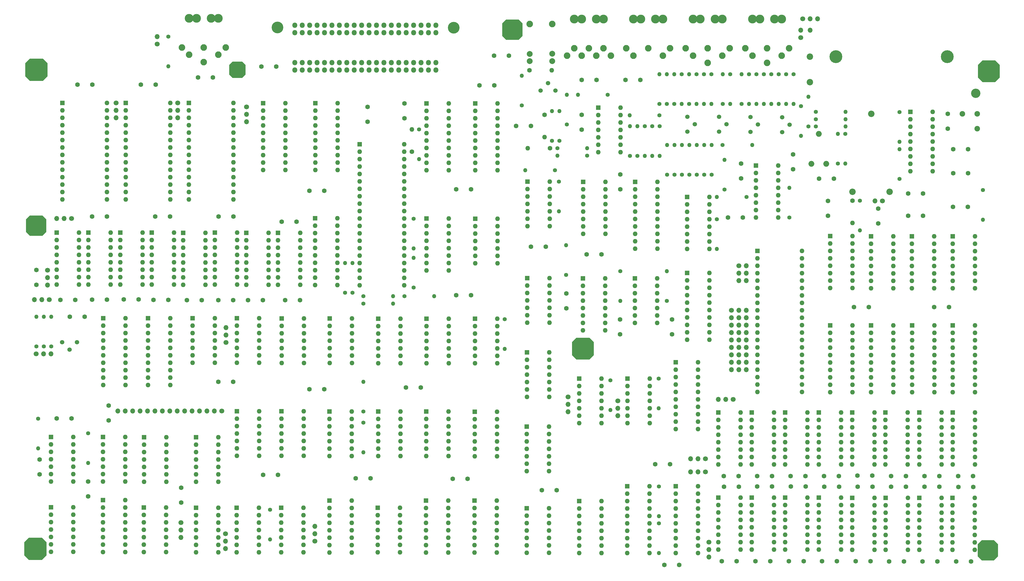
<source format=gbr>
%TF.GenerationSoftware,KiCad,Pcbnew,7.0.7*%
%TF.CreationDate,2023-11-10T01:56:00+00:00*%
%TF.ProjectId,lynx128,6c796e78-3132-4382-9e6b-696361645f70,rev?*%
%TF.SameCoordinates,Original*%
%TF.FileFunction,Soldermask,Bot*%
%TF.FilePolarity,Negative*%
%FSLAX46Y46*%
G04 Gerber Fmt 4.6, Leading zero omitted, Abs format (unit mm)*
G04 Created by KiCad (PCBNEW 7.0.7) date 2023-11-10 01:56:00*
%MOMM*%
%LPD*%
G01*
G04 APERTURE LIST*
G04 Aperture macros list*
%AMOutline5P*
0 Free polygon, 5 corners , with rotation*
0 The origin of the aperture is its center*
0 number of corners: always 5*
0 $1 to $10 corner X, Y*
0 $11 Rotation angle, in degrees counterclockwise*
0 create outline with 5 corners*
4,1,5,$1,$2,$3,$4,$5,$6,$7,$8,$9,$10,$1,$2,$11*%
%AMOutline6P*
0 Free polygon, 6 corners , with rotation*
0 The origin of the aperture is its center*
0 number of corners: always 6*
0 $1 to $12 corner X, Y*
0 $13 Rotation angle, in degrees counterclockwise*
0 create outline with 6 corners*
4,1,6,$1,$2,$3,$4,$5,$6,$7,$8,$9,$10,$11,$12,$1,$2,$13*%
%AMOutline7P*
0 Free polygon, 7 corners , with rotation*
0 The origin of the aperture is its center*
0 number of corners: always 7*
0 $1 to $14 corner X, Y*
0 $15 Rotation angle, in degrees counterclockwise*
0 create outline with 7 corners*
4,1,7,$1,$2,$3,$4,$5,$6,$7,$8,$9,$10,$11,$12,$13,$14,$1,$2,$15*%
%AMOutline8P*
0 Free polygon, 8 corners , with rotation*
0 The origin of the aperture is its center*
0 number of corners: always 8*
0 $1 to $16 corner X, Y*
0 $17 Rotation angle, in degrees counterclockwise*
0 create outline with 8 corners*
4,1,8,$1,$2,$3,$4,$5,$6,$7,$8,$9,$10,$11,$12,$13,$14,$15,$16,$1,$2,$17*%
G04 Aperture macros list end*
%ADD10C,1.400000*%
%ADD11O,1.400000X1.400000*%
%ADD12C,1.600000*%
%ADD13C,2.250000*%
%ADD14C,3.000000*%
%ADD15R,1.600000X1.600000*%
%ADD16O,1.600000X1.600000*%
%ADD17Outline8P,-3.500000X2.100000X-2.100000X3.500000X2.100000X3.500000X3.500000X2.100000X3.500000X-2.100000X2.100000X-3.500000X-2.100000X-3.500000X-3.500000X-2.100000X270.000000*%
%ADD18Outline8P,-3.750000X2.250000X-2.250000X3.750000X2.250000X3.750000X3.750000X2.250000X3.750000X-2.250000X2.250000X-3.750000X-2.250000X-3.750000X-3.750000X-2.250000X270.000000*%
%ADD19C,1.700000*%
%ADD20O,1.700000X1.700000*%
%ADD21O,1.800000X1.800000*%
%ADD22C,1.500000*%
%ADD23Outline8P,-3.450000X2.070000X-2.070000X3.450000X2.070000X3.450000X3.450000X2.070000X3.450000X-2.070000X2.070000X-3.450000X-2.070000X-3.450000X-3.450000X-2.070000X270.000000*%
%ADD24C,4.000000*%
%ADD25Outline8P,-3.800000X2.280000X-2.280000X3.800000X2.280000X3.800000X3.800000X2.280000X3.800000X-2.280000X2.280000X-3.800000X-2.280000X-3.800000X-3.800000X-2.280000X270.000000*%
%ADD26O,1.900000X1.900000*%
%ADD27C,1.900000*%
%ADD28O,2.000000X2.000000*%
%ADD29Outline8P,-2.800000X1.680000X-1.680000X2.800000X1.680000X2.800000X2.800000X1.680000X2.800000X-1.680000X1.680000X-2.800000X-1.680000X-2.800000X-2.800000X-1.680000X270.000000*%
%ADD30C,3.200000*%
%ADD31Outline8P,-3.700000X2.220000X-2.220000X3.700000X2.220000X3.700000X3.700000X2.220000X3.700000X-2.220000X2.220000X-3.700000X-2.220000X-3.700000X-3.700000X-2.220000X270.000000*%
%ADD32C,2.200000*%
%ADD33C,4.400000*%
%ADD34C,2.000000*%
%ADD35O,2.200000X2.200000*%
G04 APERTURE END LIST*
D10*
%TO.C,R17*%
X257890000Y-65120000D03*
D11*
X257890000Y-54960000D03*
%TD*%
D12*
%TO.C,C74*%
X302170000Y-221580000D03*
X307250000Y-221580000D03*
%TD*%
D13*
%TO.C,SKT1*%
X94570000Y-45820000D03*
X97070000Y-48320000D03*
X102070000Y-45820000D03*
X107070000Y-48320000D03*
X109570000Y-45820000D03*
X102070000Y-50820000D03*
D14*
X97070000Y-35820000D03*
X99570000Y-35820000D03*
X104570000Y-35820000D03*
X107070000Y-35820000D03*
%TD*%
D12*
%TO.C,C14*%
X244570000Y-94350000D03*
X244570000Y-89270000D03*
%TD*%
D15*
%TO.C,IC26*%
X290960000Y-86210000D03*
D16*
X290960000Y-88750000D03*
X290960000Y-91290000D03*
X290960000Y-93830000D03*
X290960000Y-96370000D03*
X290960000Y-98910000D03*
X290960000Y-101450000D03*
X290960000Y-103990000D03*
X298580000Y-103990000D03*
X298580000Y-101450000D03*
X298580000Y-98910000D03*
X298580000Y-96370000D03*
X298580000Y-93830000D03*
X298580000Y-91290000D03*
X298580000Y-88750000D03*
X298580000Y-86210000D03*
%TD*%
D12*
%TO.C,C5*%
X158070000Y-71250000D03*
X158070000Y-66170000D03*
%TD*%
D10*
%TO.C,R61*%
X173890000Y-104380000D03*
D11*
X173890000Y-114540000D03*
%TD*%
D12*
%TO.C,C18*%
X312580000Y-90710000D03*
X317660000Y-90710000D03*
%TD*%
D10*
%TO.C,R72*%
X62540000Y-177860000D03*
D11*
X62540000Y-188020000D03*
%TD*%
D10*
%TO.C,R33*%
X301250000Y-54960000D03*
D11*
X301250000Y-65120000D03*
%TD*%
D17*
%TO.C,*%
X44700000Y-106760000D03*
%TD*%
D12*
%TO.C,C15*%
X281350000Y-103980000D03*
X286430000Y-103980000D03*
%TD*%
D10*
%TO.C,R25*%
X279640000Y-65120000D03*
D11*
X279640000Y-54960000D03*
%TD*%
D12*
%TO.C,C43*%
X262240000Y-138910000D03*
X262240000Y-143990000D03*
%TD*%
%TO.C,C32*%
X96300000Y-132270000D03*
X101380000Y-132270000D03*
%TD*%
D10*
%TO.C,R70*%
X49890000Y-148110000D03*
D11*
X49890000Y-137950000D03*
%TD*%
D18*
%TO.C,*%
X231730000Y-148900000D03*
%TD*%
D10*
%TO.C,R57*%
X150410000Y-129700000D03*
D11*
X150410000Y-119540000D03*
%TD*%
D15*
%TO.C,IC69*%
X335245000Y-170720000D03*
D16*
X335245000Y-173260000D03*
X335245000Y-175800000D03*
X335245000Y-178340000D03*
X335245000Y-180880000D03*
X335245000Y-183420000D03*
X335245000Y-185960000D03*
X335245000Y-188500000D03*
X342865000Y-188500000D03*
X342865000Y-185960000D03*
X342865000Y-183420000D03*
X342865000Y-180880000D03*
X342865000Y-178340000D03*
X342865000Y-175800000D03*
X342865000Y-173260000D03*
X342865000Y-170720000D03*
%TD*%
D17*
%TO.C,*%
X207670000Y-39720000D03*
%TD*%
D10*
%TO.C,R18*%
X260430000Y-65120000D03*
D11*
X260430000Y-54960000D03*
%TD*%
D12*
%TO.C,C79*%
X359410000Y-221700000D03*
X364490000Y-221700000D03*
%TD*%
D10*
%TO.C,R45*%
X302390000Y-104030000D03*
D11*
X302390000Y-93870000D03*
%TD*%
D12*
%TO.C,C70*%
X348640000Y-196140000D03*
X353720000Y-196140000D03*
%TD*%
D15*
%TO.C,IC86*%
X278055000Y-199860000D03*
D16*
X278055000Y-202400000D03*
X278055000Y-204940000D03*
X278055000Y-207480000D03*
X278055000Y-210020000D03*
X278055000Y-212560000D03*
X278055000Y-215100000D03*
X278055000Y-217640000D03*
X285675000Y-217640000D03*
X285675000Y-215100000D03*
X285675000Y-212560000D03*
X285675000Y-210020000D03*
X285675000Y-207480000D03*
X285675000Y-204940000D03*
X285675000Y-202400000D03*
X285675000Y-199860000D03*
%TD*%
D15*
%TO.C,IC91*%
X335300000Y-199920000D03*
D16*
X335300000Y-202460000D03*
X335300000Y-205000000D03*
X335300000Y-207540000D03*
X335300000Y-210080000D03*
X335300000Y-212620000D03*
X335300000Y-215160000D03*
X335300000Y-217700000D03*
X342920000Y-217700000D03*
X342920000Y-215160000D03*
X342920000Y-212620000D03*
X342920000Y-210080000D03*
X342920000Y-207540000D03*
X342920000Y-205000000D03*
X342920000Y-202460000D03*
X342920000Y-199920000D03*
%TD*%
D12*
%TO.C,C10*%
X208950000Y-72630000D03*
X214030000Y-72630000D03*
%TD*%
%TO.C,C67*%
X314280000Y-196090000D03*
X319360000Y-196090000D03*
%TD*%
D15*
%TO.C,IC67*%
X312420000Y-170690000D03*
D16*
X312420000Y-173230000D03*
X312420000Y-175770000D03*
X312420000Y-178310000D03*
X312420000Y-180850000D03*
X312420000Y-183390000D03*
X312420000Y-185930000D03*
X312420000Y-188470000D03*
X320040000Y-188470000D03*
X320040000Y-185930000D03*
X320040000Y-183390000D03*
X320040000Y-180850000D03*
X320040000Y-178310000D03*
X320040000Y-175770000D03*
X320040000Y-173230000D03*
X320040000Y-170690000D03*
%TD*%
D19*
%TO.C,LK18*%
X109550000Y-212210000D03*
D20*
X109550000Y-214750000D03*
X109550000Y-217290000D03*
%TD*%
D12*
%TO.C,C59*%
X314260000Y-192440000D03*
X319340000Y-192440000D03*
%TD*%
%TO.C,C20*%
X348140000Y-95800000D03*
X343060000Y-95800000D03*
%TD*%
D15*
%TO.C,IC6*%
X155420000Y-78910000D03*
D16*
X155420000Y-81450000D03*
X155420000Y-83990000D03*
X155420000Y-86530000D03*
X155420000Y-89070000D03*
X155420000Y-91610000D03*
X155420000Y-94150000D03*
X155420000Y-96690000D03*
X155420000Y-99230000D03*
X155420000Y-101770000D03*
X155420000Y-104310000D03*
X155420000Y-106850000D03*
X155420000Y-109390000D03*
X155420000Y-111930000D03*
X155420000Y-114470000D03*
X155420000Y-117010000D03*
X155420000Y-119550000D03*
X155420000Y-122090000D03*
X155420000Y-124630000D03*
X155420000Y-127170000D03*
X170660000Y-127170000D03*
X170660000Y-124630000D03*
X170660000Y-122090000D03*
X170660000Y-119550000D03*
X170660000Y-117010000D03*
X170660000Y-114470000D03*
X170660000Y-111930000D03*
X170660000Y-109390000D03*
X170660000Y-106850000D03*
X170660000Y-104310000D03*
X170660000Y-101770000D03*
X170660000Y-99230000D03*
X170660000Y-96690000D03*
X170660000Y-94150000D03*
X170660000Y-91610000D03*
X170660000Y-89070000D03*
X170660000Y-86530000D03*
X170660000Y-83990000D03*
X170660000Y-81450000D03*
X170660000Y-78910000D03*
%TD*%
D10*
%TO.C,R55*%
X340020000Y-90760000D03*
D11*
X340020000Y-80600000D03*
%TD*%
D19*
%TO.C,LK1*%
X49240000Y-132140000D03*
D20*
X46700000Y-132140000D03*
X44160000Y-132140000D03*
%TD*%
D21*
%TO.C,PL2*%
X133230000Y-40790000D03*
X133230000Y-38250000D03*
X135770000Y-40790000D03*
X135770000Y-38250000D03*
X138310000Y-40790000D03*
X138310000Y-38250000D03*
X140850000Y-40790000D03*
X140850000Y-38250000D03*
X143390000Y-40790000D03*
X143390000Y-38250000D03*
X145930000Y-40790000D03*
X145930000Y-38250000D03*
X148470000Y-40790000D03*
X148470000Y-38250000D03*
X151010000Y-40790000D03*
X151010000Y-38250000D03*
X153550000Y-40790000D03*
X153550000Y-38250000D03*
X156090000Y-40790000D03*
X156090000Y-38250000D03*
X158630000Y-40790000D03*
X158630000Y-38250000D03*
X161170000Y-40790000D03*
X161170000Y-38250000D03*
X163710000Y-40790000D03*
X163710000Y-38250000D03*
X166250000Y-40790000D03*
X166250000Y-38250000D03*
X168790000Y-40790000D03*
X168790000Y-38250000D03*
X171330000Y-40790000D03*
X171330000Y-38250000D03*
X173870000Y-40790000D03*
X173870000Y-38250000D03*
X176410000Y-40790000D03*
X176410000Y-38250000D03*
X178950000Y-40790000D03*
X178950000Y-38250000D03*
X181490000Y-40790000D03*
X181490000Y-38250000D03*
%TD*%
D10*
%TO.C,R2*%
X210890000Y-65670000D03*
D11*
X210890000Y-55510000D03*
%TD*%
D12*
%TO.C,C41*%
X238110000Y-116580000D03*
X233030000Y-116580000D03*
%TD*%
D15*
%TO.C,IC12*%
X62640000Y-109160000D03*
D16*
X62640000Y-111700000D03*
X62640000Y-114240000D03*
X62640000Y-116780000D03*
X62640000Y-119320000D03*
X62640000Y-121860000D03*
X62640000Y-124400000D03*
X62640000Y-126940000D03*
X70260000Y-126940000D03*
X70260000Y-124400000D03*
X70260000Y-121860000D03*
X70260000Y-119320000D03*
X70260000Y-116780000D03*
X70260000Y-114240000D03*
X70260000Y-111700000D03*
X70260000Y-109160000D03*
%TD*%
D12*
%TO.C,L1*%
X332790000Y-106000000D03*
X332790000Y-100920000D03*
%TD*%
D22*
%TO.C,TR6*%
X289072500Y-69660000D03*
X291612500Y-72200000D03*
X289072500Y-74740000D03*
%TD*%
D15*
%TO.C,IC28*%
X83030000Y-138450000D03*
D16*
X83030000Y-140990000D03*
X83030000Y-143530000D03*
X83030000Y-146070000D03*
X83030000Y-148610000D03*
X83030000Y-151150000D03*
X83030000Y-153690000D03*
X83030000Y-156230000D03*
X83030000Y-158770000D03*
X83030000Y-161310000D03*
X90650000Y-161310000D03*
X90650000Y-158770000D03*
X90650000Y-156230000D03*
X90650000Y-153690000D03*
X90650000Y-151150000D03*
X90650000Y-148610000D03*
X90650000Y-146070000D03*
X90650000Y-143530000D03*
X90650000Y-140990000D03*
X90650000Y-138450000D03*
%TD*%
D19*
%TO.C,LK16*%
X226700000Y-165400000D03*
D20*
X226700000Y-167940000D03*
X226700000Y-170480000D03*
%TD*%
D15*
%TO.C,IC68*%
X323890000Y-170720000D03*
D16*
X323890000Y-173260000D03*
X323890000Y-175800000D03*
X323890000Y-178340000D03*
X323890000Y-180880000D03*
X323890000Y-183420000D03*
X323890000Y-185960000D03*
X323890000Y-188500000D03*
X331510000Y-188500000D03*
X331510000Y-185960000D03*
X331510000Y-183420000D03*
X331510000Y-180880000D03*
X331510000Y-178340000D03*
X331510000Y-175800000D03*
X331510000Y-173260000D03*
X331510000Y-170720000D03*
%TD*%
D12*
%TO.C,C28*%
X63880000Y-132080000D03*
X68960000Y-132080000D03*
%TD*%
D15*
%TO.C,IC43*%
X344320000Y-110460000D03*
D16*
X344320000Y-113000000D03*
X344320000Y-115540000D03*
X344320000Y-118080000D03*
X344320000Y-120620000D03*
X344320000Y-123160000D03*
X344320000Y-125700000D03*
X344320000Y-128240000D03*
X351940000Y-128240000D03*
X351940000Y-125700000D03*
X351940000Y-123160000D03*
X351940000Y-120620000D03*
X351940000Y-118080000D03*
X351940000Y-115540000D03*
X351940000Y-113000000D03*
X351940000Y-110460000D03*
%TD*%
D15*
%TO.C,IC72*%
X49780000Y-203180000D03*
D16*
X49780000Y-205720000D03*
X49780000Y-208260000D03*
X49780000Y-210800000D03*
X49780000Y-213340000D03*
X49780000Y-215880000D03*
X49780000Y-218420000D03*
X57400000Y-218420000D03*
X57400000Y-215880000D03*
X57400000Y-213340000D03*
X57400000Y-210800000D03*
X57400000Y-208260000D03*
X57400000Y-205720000D03*
X57400000Y-203180000D03*
%TD*%
D19*
%TO.C,LK19*%
X109690000Y-146720000D03*
D20*
X109690000Y-144180000D03*
X109690000Y-141640000D03*
%TD*%
D12*
%TO.C,C12*%
X231330000Y-68900000D03*
X231330000Y-73980000D03*
%TD*%
%TO.C,C54*%
X187210000Y-193410000D03*
X192290000Y-193410000D03*
%TD*%
D15*
%TO.C,IC70*%
X346790000Y-170700000D03*
D16*
X346790000Y-173240000D03*
X346790000Y-175780000D03*
X346790000Y-178320000D03*
X346790000Y-180860000D03*
X346790000Y-183400000D03*
X346790000Y-185940000D03*
X346790000Y-188480000D03*
X354410000Y-188480000D03*
X354410000Y-185940000D03*
X354410000Y-183400000D03*
X354410000Y-180860000D03*
X354410000Y-178320000D03*
X354410000Y-175780000D03*
X354410000Y-173240000D03*
X354410000Y-170700000D03*
%TD*%
D15*
%TO.C,IC35*%
X194880000Y-138660000D03*
D16*
X194880000Y-141200000D03*
X194880000Y-143740000D03*
X194880000Y-146280000D03*
X194880000Y-148820000D03*
X194880000Y-151360000D03*
X194880000Y-153900000D03*
X202500000Y-153900000D03*
X202500000Y-151360000D03*
X202500000Y-148820000D03*
X202500000Y-146280000D03*
X202500000Y-143740000D03*
X202500000Y-141200000D03*
X202500000Y-138660000D03*
%TD*%
D20*
%TO.C,LK21*%
X306310000Y-39880000D03*
D19*
X306310000Y-42420000D03*
D20*
X309470000Y-39880000D03*
%TD*%
D10*
%TO.C,R19*%
X262970000Y-65120000D03*
D11*
X262970000Y-54960000D03*
%TD*%
D15*
%TO.C,IC75*%
X99430000Y-203310000D03*
D16*
X99430000Y-205850000D03*
X99430000Y-208390000D03*
X99430000Y-210930000D03*
X99430000Y-213470000D03*
X99430000Y-216010000D03*
X99430000Y-218550000D03*
X107050000Y-218550000D03*
X107050000Y-216010000D03*
X107050000Y-213470000D03*
X107050000Y-210930000D03*
X107050000Y-208390000D03*
X107050000Y-205850000D03*
X107050000Y-203310000D03*
%TD*%
D15*
%TO.C,IC46*%
X230460000Y-159080000D03*
D16*
X230460000Y-161620000D03*
X230460000Y-164160000D03*
X230460000Y-166700000D03*
X230460000Y-169240000D03*
X230460000Y-171780000D03*
X230460000Y-174320000D03*
X238080000Y-174320000D03*
X238080000Y-171780000D03*
X238080000Y-169240000D03*
X238080000Y-166700000D03*
X238080000Y-164160000D03*
X238080000Y-161620000D03*
X238080000Y-159080000D03*
%TD*%
D12*
%TO.C,C73*%
X290740000Y-221580000D03*
X295820000Y-221580000D03*
%TD*%
D10*
%TO.C,R10*%
X240260000Y-61990000D03*
D11*
X230100000Y-61990000D03*
%TD*%
D12*
%TO.C,XL1*%
X45960000Y-191860000D03*
X45960000Y-186780000D03*
%TD*%
%TO.C,C21*%
X343060000Y-103440000D03*
X348140000Y-103440000D03*
%TD*%
D23*
%TO.C,*%
X370290000Y-217910000D03*
%TD*%
D15*
%TO.C,IC15*%
X95050000Y-109220000D03*
D16*
X95050000Y-111760000D03*
X95050000Y-114300000D03*
X95050000Y-116840000D03*
X95050000Y-119380000D03*
X95050000Y-121920000D03*
X95050000Y-124460000D03*
X95050000Y-127000000D03*
X102670000Y-127000000D03*
X102670000Y-124460000D03*
X102670000Y-121920000D03*
X102670000Y-119380000D03*
X102670000Y-116840000D03*
X102670000Y-114300000D03*
X102670000Y-111760000D03*
X102670000Y-109220000D03*
%TD*%
D10*
%TO.C,R68*%
X44810000Y-148110000D03*
D11*
X44810000Y-137950000D03*
%TD*%
D12*
%TO.C,C50*%
X62480000Y-199420000D03*
X62480000Y-194340000D03*
%TD*%
D10*
%TO.C,R24*%
X275670000Y-54960000D03*
D11*
X275670000Y-65120000D03*
%TD*%
D10*
%TO.C,R69*%
X47350000Y-148110000D03*
D11*
X47350000Y-137950000D03*
%TD*%
D15*
%TO.C,IC23*%
X231875000Y-91770000D03*
D16*
X231875000Y-94310000D03*
X231875000Y-96850000D03*
X231875000Y-99390000D03*
X231875000Y-101930000D03*
X231875000Y-104470000D03*
X231875000Y-107010000D03*
X231875000Y-109550000D03*
X239495000Y-109550000D03*
X239495000Y-107010000D03*
X239495000Y-104470000D03*
X239495000Y-101930000D03*
X239495000Y-99390000D03*
X239495000Y-96850000D03*
X239495000Y-94310000D03*
X239495000Y-91770000D03*
%TD*%
D15*
%TO.C,IC52*%
X358260000Y-140880000D03*
D16*
X358260000Y-143420000D03*
X358260000Y-145960000D03*
X358260000Y-148500000D03*
X358260000Y-151040000D03*
X358260000Y-153580000D03*
X358260000Y-156120000D03*
X358260000Y-158660000D03*
X358260000Y-161200000D03*
X358260000Y-163740000D03*
X365880000Y-163740000D03*
X365880000Y-161200000D03*
X365880000Y-158660000D03*
X365880000Y-156120000D03*
X365880000Y-153580000D03*
X365880000Y-151040000D03*
X365880000Y-148500000D03*
X365880000Y-145960000D03*
X365880000Y-143420000D03*
X365880000Y-140880000D03*
%TD*%
D12*
%TO.C,C76*%
X325080000Y-221640000D03*
X330160000Y-221640000D03*
%TD*%
D19*
%TO.C,LK5*%
X72120000Y-64805000D03*
D20*
X72120000Y-67345000D03*
X72120000Y-69885000D03*
%TD*%
D22*
%TO.C,TR3*%
X217300000Y-60567500D03*
X219840000Y-58027500D03*
X222380000Y-60567500D03*
%TD*%
D24*
%TO.C,*%
X127330000Y-38940000D03*
%TD*%
D10*
%TO.C,R35*%
X260540000Y-89330000D03*
D11*
X260540000Y-79170000D03*
%TD*%
D12*
%TO.C,C75*%
X313570000Y-221610000D03*
X318650000Y-221610000D03*
%TD*%
%TO.C,C51*%
X94320000Y-201520000D03*
X94320000Y-196440000D03*
%TD*%
%TO.C,C8*%
X201450000Y-58760000D03*
X196370000Y-58760000D03*
%TD*%
D19*
%TO.C,LK3*%
X44780000Y-150680000D03*
D20*
X47320000Y-150680000D03*
X49860000Y-150680000D03*
%TD*%
D15*
%TO.C,IC22*%
X212800000Y-91690000D03*
D16*
X212800000Y-94230000D03*
X212800000Y-96770000D03*
X212800000Y-99310000D03*
X212800000Y-101850000D03*
X212800000Y-104390000D03*
X212800000Y-106930000D03*
X220420000Y-106930000D03*
X220420000Y-104390000D03*
X220420000Y-101850000D03*
X220420000Y-99310000D03*
X220420000Y-96770000D03*
X220420000Y-94230000D03*
X220420000Y-91690000D03*
%TD*%
D15*
%TO.C,IC5*%
X140220000Y-64840000D03*
D16*
X140220000Y-67380000D03*
X140220000Y-69920000D03*
X140220000Y-72460000D03*
X140220000Y-75000000D03*
X140220000Y-77540000D03*
X140220000Y-80080000D03*
X140220000Y-82620000D03*
X140220000Y-85160000D03*
X140220000Y-87700000D03*
X147840000Y-87700000D03*
X147840000Y-85160000D03*
X147840000Y-82620000D03*
X147840000Y-80080000D03*
X147840000Y-77540000D03*
X147840000Y-75000000D03*
X147840000Y-72460000D03*
X147840000Y-69920000D03*
X147840000Y-67380000D03*
X147840000Y-64840000D03*
%TD*%
D15*
%TO.C,IC4*%
X122410000Y-64850000D03*
D16*
X122410000Y-67390000D03*
X122410000Y-69930000D03*
X122410000Y-72470000D03*
X122410000Y-75010000D03*
X122410000Y-77550000D03*
X122410000Y-80090000D03*
X122410000Y-82630000D03*
X122410000Y-85170000D03*
X122410000Y-87710000D03*
X130030000Y-87710000D03*
X130030000Y-85170000D03*
X130030000Y-82630000D03*
X130030000Y-80090000D03*
X130030000Y-77550000D03*
X130030000Y-75010000D03*
X130030000Y-72470000D03*
X130030000Y-69930000D03*
X130030000Y-67390000D03*
X130030000Y-64850000D03*
%TD*%
D19*
%TO.C,LK10*%
X273705000Y-186550000D03*
D20*
X271165000Y-186550000D03*
X268625000Y-186550000D03*
%TD*%
D15*
%TO.C,IC54*%
X67620000Y-179110000D03*
D16*
X67620000Y-181650000D03*
X67620000Y-184190000D03*
X67620000Y-186730000D03*
X67620000Y-189270000D03*
X67620000Y-191810000D03*
X67620000Y-194350000D03*
X75240000Y-194350000D03*
X75240000Y-191810000D03*
X75240000Y-189270000D03*
X75240000Y-186730000D03*
X75240000Y-184190000D03*
X75240000Y-181650000D03*
X75240000Y-179110000D03*
%TD*%
D15*
%TO.C,IC59*%
X145110000Y-170340000D03*
D16*
X145110000Y-172880000D03*
X145110000Y-175420000D03*
X145110000Y-177960000D03*
X145110000Y-180500000D03*
X145110000Y-183040000D03*
X145110000Y-185580000D03*
X152730000Y-185580000D03*
X152730000Y-183040000D03*
X152730000Y-180500000D03*
X152730000Y-177960000D03*
X152730000Y-175420000D03*
X152730000Y-172880000D03*
X152730000Y-170340000D03*
%TD*%
D10*
%TO.C,R15*%
X255460000Y-72760000D03*
D11*
X255460000Y-82920000D03*
%TD*%
D25*
%TO.C,*%
X44820000Y-53440000D03*
%TD*%
D10*
%TO.C,R12*%
X247840000Y-82920000D03*
D11*
X247840000Y-72760000D03*
%TD*%
D15*
%TO.C,IC40*%
X291500000Y-115420000D03*
D16*
X291500000Y-117960000D03*
X291500000Y-120500000D03*
X291500000Y-123040000D03*
X291500000Y-125580000D03*
X291500000Y-128120000D03*
X291500000Y-130660000D03*
X291500000Y-133200000D03*
X291500000Y-135740000D03*
X291500000Y-138280000D03*
X291500000Y-140820000D03*
X291500000Y-143360000D03*
X291500000Y-145900000D03*
X291500000Y-148440000D03*
X291500000Y-150980000D03*
X291500000Y-153520000D03*
X291500000Y-156060000D03*
X291500000Y-158600000D03*
X291500000Y-161140000D03*
X291500000Y-163680000D03*
X306740000Y-163680000D03*
X306740000Y-161140000D03*
X306740000Y-158600000D03*
X306740000Y-156060000D03*
X306740000Y-153520000D03*
X306740000Y-150980000D03*
X306740000Y-148440000D03*
X306740000Y-145900000D03*
X306740000Y-143360000D03*
X306740000Y-140820000D03*
X306740000Y-138280000D03*
X306740000Y-135740000D03*
X306740000Y-133200000D03*
X306740000Y-130660000D03*
X306740000Y-128120000D03*
X306740000Y-125580000D03*
X306740000Y-123040000D03*
X306740000Y-120500000D03*
X306740000Y-117960000D03*
X306740000Y-115420000D03*
%TD*%
D15*
%TO.C,IC71*%
X358230000Y-170730000D03*
D16*
X358230000Y-173270000D03*
X358230000Y-175810000D03*
X358230000Y-178350000D03*
X358230000Y-180890000D03*
X358230000Y-183430000D03*
X358230000Y-185970000D03*
X358230000Y-188510000D03*
X365850000Y-188510000D03*
X365850000Y-185970000D03*
X365850000Y-183430000D03*
X365850000Y-180890000D03*
X365850000Y-178350000D03*
X365850000Y-175810000D03*
X365850000Y-173270000D03*
X365850000Y-170730000D03*
%TD*%
D12*
%TO.C,C1*%
X63920000Y-58560000D03*
X58840000Y-58560000D03*
%TD*%
%TO.C,C81*%
X222760000Y-197280000D03*
X217680000Y-197280000D03*
%TD*%
D10*
%TO.C,R4*%
X223700000Y-77770000D03*
D11*
X223700000Y-67610000D03*
%TD*%
D15*
%TO.C,IC45*%
X212640000Y-150130000D03*
D16*
X212640000Y-152670000D03*
X212640000Y-155210000D03*
X212640000Y-157750000D03*
X212640000Y-160290000D03*
X212640000Y-162830000D03*
X212640000Y-165370000D03*
X220260000Y-165370000D03*
X220260000Y-162830000D03*
X220260000Y-160290000D03*
X220260000Y-157750000D03*
X220260000Y-155210000D03*
X220260000Y-152670000D03*
X220260000Y-150130000D03*
%TD*%
D12*
%TO.C,C2*%
X85600000Y-58570000D03*
X80520000Y-58570000D03*
%TD*%
D10*
%TO.C,R78*%
X257780000Y-196000000D03*
D11*
X257780000Y-206160000D03*
%TD*%
D15*
%TO.C,IC79*%
X161620000Y-203350000D03*
D16*
X161620000Y-205890000D03*
X161620000Y-208430000D03*
X161620000Y-210970000D03*
X161620000Y-213510000D03*
X161620000Y-216050000D03*
X161620000Y-218590000D03*
X169240000Y-218590000D03*
X169240000Y-216050000D03*
X169240000Y-213510000D03*
X169240000Y-210970000D03*
X169240000Y-208430000D03*
X169240000Y-205890000D03*
X169240000Y-203350000D03*
%TD*%
D12*
%TO.C,C7*%
X188450000Y-94370000D03*
X193530000Y-94370000D03*
%TD*%
D26*
%TO.C,CV1*%
X366602500Y-68562500D03*
D27*
X366602500Y-73642500D03*
D26*
X361522500Y-68562500D03*
%TD*%
D15*
%TO.C,IC33*%
X161740000Y-138585000D03*
D16*
X161740000Y-141125000D03*
X161740000Y-143665000D03*
X161740000Y-146205000D03*
X161740000Y-148745000D03*
X161740000Y-151285000D03*
X161740000Y-153825000D03*
X169360000Y-153825000D03*
X169360000Y-151285000D03*
X169360000Y-148745000D03*
X169360000Y-146205000D03*
X169360000Y-143665000D03*
X169360000Y-141125000D03*
X169360000Y-138585000D03*
%TD*%
D15*
%TO.C,IC88*%
X300960000Y-199830000D03*
D16*
X300960000Y-202370000D03*
X300960000Y-204910000D03*
X300960000Y-207450000D03*
X300960000Y-209990000D03*
X300960000Y-212530000D03*
X300960000Y-215070000D03*
X300960000Y-217610000D03*
X308580000Y-217610000D03*
X308580000Y-215070000D03*
X308580000Y-212530000D03*
X308580000Y-209990000D03*
X308580000Y-207450000D03*
X308580000Y-204910000D03*
X308580000Y-202370000D03*
X308580000Y-199830000D03*
%TD*%
D15*
%TO.C,IC14*%
X84240000Y-109190000D03*
D16*
X84240000Y-111730000D03*
X84240000Y-114270000D03*
X84240000Y-116810000D03*
X84240000Y-119350000D03*
X84240000Y-121890000D03*
X84240000Y-124430000D03*
X84240000Y-126970000D03*
X91860000Y-126970000D03*
X91860000Y-124430000D03*
X91860000Y-121890000D03*
X91860000Y-119350000D03*
X91860000Y-116810000D03*
X91860000Y-114270000D03*
X91860000Y-111730000D03*
X91860000Y-109190000D03*
%TD*%
D15*
%TO.C,IC48*%
X263520000Y-153500000D03*
D16*
X263520000Y-156040000D03*
X263520000Y-158580000D03*
X263520000Y-161120000D03*
X263520000Y-163660000D03*
X263520000Y-166200000D03*
X263520000Y-168740000D03*
X263520000Y-171280000D03*
X263520000Y-173820000D03*
X263520000Y-176360000D03*
X271140000Y-176360000D03*
X271140000Y-173820000D03*
X271140000Y-171280000D03*
X271140000Y-168740000D03*
X271140000Y-166200000D03*
X271140000Y-163660000D03*
X271140000Y-161120000D03*
X271140000Y-158580000D03*
X271140000Y-156040000D03*
X271140000Y-153500000D03*
%TD*%
D12*
%TO.C,C9*%
X201370000Y-48590000D03*
X206450000Y-48590000D03*
%TD*%
D10*
%TO.C,R31*%
X296180000Y-54960000D03*
D11*
X296180000Y-65120000D03*
%TD*%
D12*
%TO.C,D3*%
X220500000Y-80310000D03*
D16*
X212880000Y-80310000D03*
%TD*%
D10*
%TO.C,R9*%
X223590000Y-91730000D03*
D11*
X223590000Y-101890000D03*
%TD*%
D10*
%TO.C,R14*%
X252920000Y-72760000D03*
D11*
X252920000Y-82920000D03*
%TD*%
D12*
%TO.C,C60*%
X325700000Y-192340000D03*
X330780000Y-192340000D03*
%TD*%
%TO.C,C34*%
X107050000Y-132300000D03*
X112130000Y-132300000D03*
%TD*%
D19*
%TO.C,LK6*%
X93150000Y-64825000D03*
D20*
X93150000Y-67365000D03*
X93150000Y-69905000D03*
%TD*%
D10*
%TO.C,R8*%
X233210000Y-82850000D03*
D11*
X223050000Y-82850000D03*
%TD*%
D25*
%TO.C,*%
X44520000Y-217370000D03*
%TD*%
D15*
%TO.C,IC87*%
X289520000Y-199830000D03*
D16*
X289520000Y-202370000D03*
X289520000Y-204910000D03*
X289520000Y-207450000D03*
X289520000Y-209990000D03*
X289520000Y-212530000D03*
X289520000Y-215070000D03*
X289520000Y-217610000D03*
X297140000Y-217610000D03*
X297140000Y-215070000D03*
X297140000Y-212530000D03*
X297140000Y-209990000D03*
X297140000Y-207450000D03*
X297140000Y-204910000D03*
X297140000Y-202370000D03*
X297140000Y-199830000D03*
%TD*%
D10*
%TO.C,R5*%
X226240000Y-72150000D03*
D11*
X226240000Y-61990000D03*
%TD*%
D13*
%TO.C,SKT2*%
X228810000Y-46090000D03*
X233810000Y-46090000D03*
X238810000Y-46090000D03*
X231310000Y-48590000D03*
X236310000Y-48590000D03*
X226310000Y-48590000D03*
X241310000Y-48590000D03*
D14*
X228810000Y-36090000D03*
X231310000Y-36090000D03*
X236310000Y-36090000D03*
X238810000Y-36090000D03*
%TD*%
D10*
%TO.C,R39*%
X270700000Y-89330000D03*
D11*
X270700000Y-79170000D03*
%TD*%
D10*
%TO.C,R22*%
X270590000Y-54960000D03*
D11*
X270590000Y-65120000D03*
%TD*%
D10*
%TO.C,R64*%
X226020000Y-123620000D03*
D11*
X226020000Y-113460000D03*
%TD*%
D10*
%TO.C,R59*%
X156710000Y-130940000D03*
D11*
X166870000Y-130940000D03*
%TD*%
D22*
%TO.C,TR1*%
X58750000Y-146672500D03*
X56210000Y-149212500D03*
X53670000Y-146672500D03*
%TD*%
D15*
%TO.C,IC16*%
X105860000Y-109190000D03*
D16*
X105860000Y-111730000D03*
X105860000Y-114270000D03*
X105860000Y-116810000D03*
X105860000Y-119350000D03*
X105860000Y-121890000D03*
X105860000Y-124430000D03*
X105860000Y-126970000D03*
X113480000Y-126970000D03*
X113480000Y-124430000D03*
X113480000Y-121890000D03*
X113480000Y-119350000D03*
X113480000Y-116810000D03*
X113480000Y-114270000D03*
X113480000Y-111730000D03*
X113480000Y-109190000D03*
%TD*%
D15*
%TO.C,IC76*%
X113340000Y-203280000D03*
D16*
X113340000Y-205820000D03*
X113340000Y-208360000D03*
X113340000Y-210900000D03*
X113340000Y-213440000D03*
X113340000Y-215980000D03*
X113340000Y-218520000D03*
X120960000Y-218520000D03*
X120960000Y-215980000D03*
X120960000Y-213440000D03*
X120960000Y-210900000D03*
X120960000Y-208360000D03*
X120960000Y-205820000D03*
X120960000Y-203280000D03*
%TD*%
D12*
%TO.C,C3*%
X105220000Y-56070000D03*
X100140000Y-56070000D03*
%TD*%
D15*
%TO.C,IC61*%
X178190000Y-170390000D03*
D16*
X178190000Y-172930000D03*
X178190000Y-175470000D03*
X178190000Y-178010000D03*
X178190000Y-180550000D03*
X178190000Y-183090000D03*
X178190000Y-185630000D03*
X185810000Y-185630000D03*
X185810000Y-183090000D03*
X185810000Y-180550000D03*
X185810000Y-178010000D03*
X185810000Y-175470000D03*
X185810000Y-172930000D03*
X185810000Y-170390000D03*
%TD*%
D12*
%TO.C,C57*%
X291380000Y-192440000D03*
X296460000Y-192440000D03*
%TD*%
D10*
%TO.C,R1*%
X175760000Y-73840000D03*
D11*
X175760000Y-84000000D03*
%TD*%
D15*
%TO.C,IC29*%
X98240000Y-138475000D03*
D16*
X98240000Y-141015000D03*
X98240000Y-143555000D03*
X98240000Y-146095000D03*
X98240000Y-148635000D03*
X98240000Y-151175000D03*
X98240000Y-153715000D03*
X105860000Y-153715000D03*
X105860000Y-151175000D03*
X105860000Y-148635000D03*
X105860000Y-146095000D03*
X105860000Y-143555000D03*
X105860000Y-141015000D03*
X105860000Y-138475000D03*
%TD*%
D15*
%TO.C,IC64*%
X278100000Y-170690000D03*
D16*
X278100000Y-173230000D03*
X278100000Y-175770000D03*
X278100000Y-178310000D03*
X278100000Y-180850000D03*
X278100000Y-183390000D03*
X278100000Y-185930000D03*
X278100000Y-188470000D03*
X285720000Y-188470000D03*
X285720000Y-185930000D03*
X285720000Y-183390000D03*
X285720000Y-180850000D03*
X285720000Y-178310000D03*
X285720000Y-175770000D03*
X285720000Y-173230000D03*
X285720000Y-170690000D03*
%TD*%
D15*
%TO.C,IC92*%
X346810000Y-199920000D03*
D16*
X346810000Y-202460000D03*
X346810000Y-205000000D03*
X346810000Y-207540000D03*
X346810000Y-210080000D03*
X346810000Y-212620000D03*
X346810000Y-215160000D03*
X346810000Y-217700000D03*
X354430000Y-217700000D03*
X354430000Y-215160000D03*
X354430000Y-212620000D03*
X354430000Y-210080000D03*
X354430000Y-207540000D03*
X354430000Y-205000000D03*
X354430000Y-202460000D03*
X354430000Y-199920000D03*
%TD*%
D15*
%TO.C,IC81*%
X194670000Y-200880000D03*
D16*
X194670000Y-203420000D03*
X194670000Y-205960000D03*
X194670000Y-208500000D03*
X194670000Y-211040000D03*
X194670000Y-213580000D03*
X194670000Y-216120000D03*
X194670000Y-218660000D03*
X202290000Y-218660000D03*
X202290000Y-216120000D03*
X202290000Y-213580000D03*
X202290000Y-211040000D03*
X202290000Y-208500000D03*
X202290000Y-205960000D03*
X202290000Y-203420000D03*
X202290000Y-200880000D03*
%TD*%
D12*
%TO.C,C66*%
X302860000Y-196060000D03*
X307940000Y-196060000D03*
%TD*%
%TO.C,C65*%
X291350000Y-196060000D03*
X296430000Y-196060000D03*
%TD*%
%TO.C,C82*%
X143290000Y-94850000D03*
X138210000Y-94850000D03*
%TD*%
D15*
%TO.C,IC17*%
X116660000Y-109220000D03*
D16*
X116660000Y-111760000D03*
X116660000Y-114300000D03*
X116660000Y-116840000D03*
X116660000Y-119380000D03*
X116660000Y-121920000D03*
X116660000Y-124460000D03*
X116660000Y-127000000D03*
X124280000Y-127000000D03*
X124280000Y-124460000D03*
X124280000Y-121920000D03*
X124280000Y-119380000D03*
X124280000Y-116840000D03*
X124280000Y-114300000D03*
X124280000Y-111760000D03*
X124280000Y-109220000D03*
%TD*%
D15*
%TO.C,IC42*%
X330340000Y-110460000D03*
D16*
X330340000Y-113000000D03*
X330340000Y-115540000D03*
X330340000Y-118080000D03*
X330340000Y-120620000D03*
X330340000Y-123160000D03*
X330340000Y-125700000D03*
X330340000Y-128240000D03*
X337960000Y-128240000D03*
X337960000Y-125700000D03*
X337960000Y-123160000D03*
X337960000Y-120620000D03*
X337960000Y-118080000D03*
X337960000Y-115540000D03*
X337960000Y-113000000D03*
X337960000Y-110460000D03*
%TD*%
D15*
%TO.C,IC83*%
X230470000Y-201030000D03*
D16*
X230470000Y-203570000D03*
X230470000Y-206110000D03*
X230470000Y-208650000D03*
X230470000Y-211190000D03*
X230470000Y-213730000D03*
X230470000Y-216270000D03*
X230470000Y-218810000D03*
X238090000Y-218810000D03*
X238090000Y-216270000D03*
X238090000Y-213730000D03*
X238090000Y-211190000D03*
X238090000Y-208650000D03*
X238090000Y-206110000D03*
X238090000Y-203570000D03*
X238090000Y-201030000D03*
%TD*%
D12*
%TO.C,C39*%
X219040000Y-114020000D03*
X213960000Y-114020000D03*
%TD*%
D10*
%TO.C,R29*%
X291080000Y-54950000D03*
D11*
X291080000Y-65110000D03*
%TD*%
D10*
%TO.C,R43*%
X280200000Y-94430000D03*
D11*
X280200000Y-84270000D03*
%TD*%
D10*
%TO.C,R42*%
X279490000Y-79160000D03*
D11*
X289650000Y-79160000D03*
%TD*%
D12*
%TO.C,C24*%
X358310000Y-100320000D03*
X363390000Y-100320000D03*
%TD*%
D15*
%TO.C,IC10*%
X343800000Y-67840000D03*
D16*
X343800000Y-70380000D03*
X343800000Y-72920000D03*
X343800000Y-75460000D03*
X343800000Y-78000000D03*
X343800000Y-80540000D03*
X343800000Y-83080000D03*
X343800000Y-85620000D03*
X343800000Y-88160000D03*
X351420000Y-88160000D03*
X351420000Y-85620000D03*
X351420000Y-83080000D03*
X351420000Y-80540000D03*
X351420000Y-78000000D03*
X351420000Y-75460000D03*
X351420000Y-72920000D03*
X351420000Y-70380000D03*
X351420000Y-67840000D03*
%TD*%
D15*
%TO.C,IC47*%
X246970000Y-159130000D03*
D16*
X246970000Y-161670000D03*
X246970000Y-164210000D03*
X246970000Y-166750000D03*
X246970000Y-169290000D03*
X246970000Y-171830000D03*
X246970000Y-174370000D03*
X254590000Y-174370000D03*
X254590000Y-171830000D03*
X254590000Y-169290000D03*
X254590000Y-166750000D03*
X254590000Y-164210000D03*
X254590000Y-161670000D03*
X254590000Y-159130000D03*
%TD*%
D15*
%TO.C,IC3*%
X96990000Y-64790000D03*
D16*
X96990000Y-67330000D03*
X96990000Y-69870000D03*
X96990000Y-72410000D03*
X96990000Y-74950000D03*
X96990000Y-77490000D03*
X96990000Y-80030000D03*
X96990000Y-82570000D03*
X96990000Y-85110000D03*
X96990000Y-87650000D03*
X96990000Y-90190000D03*
X96990000Y-92730000D03*
X96990000Y-95270000D03*
X96990000Y-97810000D03*
X112230000Y-97810000D03*
X112230000Y-95270000D03*
X112230000Y-92730000D03*
X112230000Y-90190000D03*
X112230000Y-87650000D03*
X112230000Y-85110000D03*
X112230000Y-82570000D03*
X112230000Y-80030000D03*
X112230000Y-77490000D03*
X112230000Y-74950000D03*
X112230000Y-72410000D03*
X112230000Y-69870000D03*
X112230000Y-67330000D03*
X112230000Y-64790000D03*
%TD*%
D13*
%TO.C,SKT4*%
X266940000Y-46090000D03*
X269440000Y-48590000D03*
X274440000Y-46090000D03*
X279440000Y-48590000D03*
X281940000Y-46090000D03*
X274440000Y-51090000D03*
D14*
X269440000Y-36090000D03*
X271940000Y-36090000D03*
X276940000Y-36090000D03*
X279440000Y-36090000D03*
%TD*%
D10*
%TO.C,R41*%
X275780000Y-89330000D03*
D11*
X275780000Y-79170000D03*
%TD*%
D12*
%TO.C,C19*%
X315630000Y-98320000D03*
X315630000Y-103400000D03*
%TD*%
D10*
%TO.C,R47*%
X308890000Y-72870000D03*
D11*
X308890000Y-62710000D03*
%TD*%
D15*
%TO.C,IC77*%
X128560000Y-203320000D03*
D16*
X128560000Y-205860000D03*
X128560000Y-208400000D03*
X128560000Y-210940000D03*
X128560000Y-213480000D03*
X128560000Y-216020000D03*
X128560000Y-218560000D03*
X136180000Y-218560000D03*
X136180000Y-216020000D03*
X136180000Y-213480000D03*
X136180000Y-210940000D03*
X136180000Y-208400000D03*
X136180000Y-205860000D03*
X136180000Y-203320000D03*
%TD*%
D15*
%TO.C,IC24*%
X249660000Y-91780000D03*
D16*
X249660000Y-94320000D03*
X249660000Y-96860000D03*
X249660000Y-99400000D03*
X249660000Y-101940000D03*
X249660000Y-104480000D03*
X249660000Y-107020000D03*
X249660000Y-109560000D03*
X249660000Y-112100000D03*
X249660000Y-114640000D03*
X257280000Y-114640000D03*
X257280000Y-112100000D03*
X257280000Y-109560000D03*
X257280000Y-107020000D03*
X257280000Y-104480000D03*
X257280000Y-101940000D03*
X257280000Y-99400000D03*
X257280000Y-96860000D03*
X257280000Y-94320000D03*
X257280000Y-91780000D03*
%TD*%
D15*
%TO.C,IC93*%
X358190000Y-199950000D03*
D16*
X358190000Y-202490000D03*
X358190000Y-205030000D03*
X358190000Y-207570000D03*
X358190000Y-210110000D03*
X358190000Y-212650000D03*
X358190000Y-215190000D03*
X358190000Y-217730000D03*
X365810000Y-217730000D03*
X365810000Y-215190000D03*
X365810000Y-212650000D03*
X365810000Y-210110000D03*
X365810000Y-207570000D03*
X365810000Y-205030000D03*
X365810000Y-202490000D03*
X365810000Y-199950000D03*
%TD*%
D10*
%TO.C,R30*%
X293640000Y-54960000D03*
D11*
X293640000Y-65120000D03*
%TD*%
D28*
%TO.C,VR1*%
X315020000Y-85600000D03*
X309940000Y-85600000D03*
X312470000Y-75400000D03*
%TD*%
D12*
%TO.C,C38*%
X188460000Y-130610000D03*
X193540000Y-130610000D03*
%TD*%
D15*
%TO.C,IC39*%
X267430000Y-122960000D03*
D16*
X267430000Y-125500000D03*
X267430000Y-128040000D03*
X267430000Y-130580000D03*
X267430000Y-133120000D03*
X267430000Y-135660000D03*
X267430000Y-138200000D03*
X267430000Y-140740000D03*
X267430000Y-143280000D03*
X267430000Y-145820000D03*
X275050000Y-145820000D03*
X275050000Y-143280000D03*
X275050000Y-140740000D03*
X275050000Y-138200000D03*
X275050000Y-135660000D03*
X275050000Y-133120000D03*
X275050000Y-130580000D03*
X275050000Y-128040000D03*
X275050000Y-125500000D03*
X275050000Y-122960000D03*
%TD*%
D10*
%TO.C,R50*%
X311420000Y-72870000D03*
D11*
X321580000Y-72870000D03*
%TD*%
D12*
%TO.C,C46*%
X56840000Y-172780000D03*
X51760000Y-172780000D03*
%TD*%
%TO.C,C53*%
X154070000Y-193270000D03*
X159150000Y-193270000D03*
%TD*%
D15*
%TO.C,IC49*%
X316330000Y-140880000D03*
D16*
X316330000Y-143420000D03*
X316330000Y-145960000D03*
X316330000Y-148500000D03*
X316330000Y-151040000D03*
X316330000Y-153580000D03*
X316330000Y-156120000D03*
X316330000Y-158660000D03*
X316330000Y-161200000D03*
X316330000Y-163740000D03*
X323950000Y-163740000D03*
X323950000Y-161200000D03*
X323950000Y-158660000D03*
X323950000Y-156120000D03*
X323950000Y-153580000D03*
X323950000Y-151040000D03*
X323950000Y-148500000D03*
X323950000Y-145960000D03*
X323950000Y-143420000D03*
X323950000Y-140880000D03*
%TD*%
D10*
%TO.C,R65*%
X244530000Y-122370000D03*
D11*
X244530000Y-132530000D03*
%TD*%
D12*
%TO.C,C37*%
X129920000Y-132300000D03*
X135000000Y-132300000D03*
%TD*%
%TO.C,C47*%
X107040000Y-160250000D03*
X112120000Y-160250000D03*
%TD*%
D15*
%TO.C,IC37*%
X231740000Y-124810000D03*
D16*
X231740000Y-127350000D03*
X231740000Y-129890000D03*
X231740000Y-132430000D03*
X231740000Y-134970000D03*
X231740000Y-137510000D03*
X231740000Y-140050000D03*
X231740000Y-142590000D03*
X239360000Y-142590000D03*
X239360000Y-140050000D03*
X239360000Y-137510000D03*
X239360000Y-134970000D03*
X239360000Y-132430000D03*
X239360000Y-129890000D03*
X239360000Y-127350000D03*
X239360000Y-124810000D03*
%TD*%
D15*
%TO.C,IC19*%
X140190000Y-104280000D03*
D16*
X140190000Y-106820000D03*
X140190000Y-109360000D03*
X140190000Y-111900000D03*
X140190000Y-114440000D03*
X140190000Y-116980000D03*
X140190000Y-119520000D03*
X140190000Y-122060000D03*
X140190000Y-124600000D03*
X140190000Y-127140000D03*
X147810000Y-127140000D03*
X147810000Y-124600000D03*
X147810000Y-122060000D03*
X147810000Y-119520000D03*
X147810000Y-116980000D03*
X147810000Y-114440000D03*
X147810000Y-111900000D03*
X147810000Y-109360000D03*
X147810000Y-106820000D03*
X147810000Y-104280000D03*
%TD*%
D12*
%TO.C,C68*%
X325770000Y-196120000D03*
X330850000Y-196120000D03*
%TD*%
%TO.C,C69*%
X337190000Y-196150000D03*
X342270000Y-196150000D03*
%TD*%
D15*
%TO.C,IC50*%
X330310000Y-140880000D03*
D16*
X330310000Y-143420000D03*
X330310000Y-145960000D03*
X330310000Y-148500000D03*
X330310000Y-151040000D03*
X330310000Y-153580000D03*
X330310000Y-156120000D03*
X330310000Y-158660000D03*
X330310000Y-161200000D03*
X330310000Y-163740000D03*
X337930000Y-163740000D03*
X337930000Y-161200000D03*
X337930000Y-158660000D03*
X337930000Y-156120000D03*
X337930000Y-153580000D03*
X337930000Y-151040000D03*
X337930000Y-148500000D03*
X337930000Y-145960000D03*
X337930000Y-143420000D03*
X337930000Y-140880000D03*
%TD*%
D15*
%TO.C,IC18*%
X127450000Y-109240000D03*
D16*
X127450000Y-111780000D03*
X127450000Y-114320000D03*
X127450000Y-116860000D03*
X127450000Y-119400000D03*
X127450000Y-121940000D03*
X127450000Y-124480000D03*
X127450000Y-127020000D03*
X135070000Y-127020000D03*
X135070000Y-124480000D03*
X135070000Y-121940000D03*
X135070000Y-119400000D03*
X135070000Y-116860000D03*
X135070000Y-114320000D03*
X135070000Y-111780000D03*
X135070000Y-109240000D03*
%TD*%
D15*
%TO.C,IC56*%
X99420000Y-179150000D03*
D16*
X99420000Y-181690000D03*
X99420000Y-184230000D03*
X99420000Y-186770000D03*
X99420000Y-189310000D03*
X99420000Y-191850000D03*
X99420000Y-194390000D03*
X107040000Y-194390000D03*
X107040000Y-191850000D03*
X107040000Y-189310000D03*
X107040000Y-186770000D03*
X107040000Y-184230000D03*
X107040000Y-181690000D03*
X107040000Y-179150000D03*
%TD*%
D15*
%TO.C,IC82*%
X212550000Y-203520000D03*
D16*
X212550000Y-206060000D03*
X212550000Y-208600000D03*
X212550000Y-211140000D03*
X212550000Y-213680000D03*
X212550000Y-216220000D03*
X212550000Y-218760000D03*
X220170000Y-218760000D03*
X220170000Y-216220000D03*
X220170000Y-213680000D03*
X220170000Y-211140000D03*
X220170000Y-208600000D03*
X220170000Y-206060000D03*
X220170000Y-203520000D03*
%TD*%
D15*
%TO.C,IC9*%
X237010000Y-66380000D03*
D16*
X237010000Y-68920000D03*
X237010000Y-71460000D03*
X237010000Y-74000000D03*
X237010000Y-76540000D03*
X237010000Y-79080000D03*
X237010000Y-81620000D03*
X244630000Y-81620000D03*
X244630000Y-79080000D03*
X244630000Y-76540000D03*
X244630000Y-74000000D03*
X244630000Y-71460000D03*
X244630000Y-68920000D03*
X244630000Y-66380000D03*
%TD*%
D10*
%TO.C,R37*%
X265620000Y-89330000D03*
D11*
X265620000Y-79170000D03*
%TD*%
D15*
%TO.C,IC7*%
X178300000Y-64960000D03*
D16*
X178300000Y-67500000D03*
X178300000Y-70040000D03*
X178300000Y-72580000D03*
X178300000Y-75120000D03*
X178300000Y-77660000D03*
X178300000Y-80200000D03*
X178300000Y-82740000D03*
X178300000Y-85280000D03*
X178300000Y-87820000D03*
X185920000Y-87820000D03*
X185920000Y-85280000D03*
X185920000Y-82740000D03*
X185920000Y-80200000D03*
X185920000Y-77660000D03*
X185920000Y-75120000D03*
X185920000Y-72580000D03*
X185920000Y-70040000D03*
X185920000Y-67500000D03*
X185920000Y-64960000D03*
%TD*%
D12*
%TO.C,C58*%
X302820000Y-192440000D03*
X307900000Y-192440000D03*
%TD*%
D19*
%TO.C,LK17*%
X140040000Y-214775000D03*
D20*
X140040000Y-212235000D03*
X140040000Y-209695000D03*
%TD*%
D12*
%TO.C,C78*%
X347960000Y-221670000D03*
X353040000Y-221670000D03*
%TD*%
D10*
%TO.C,R7*%
X223050000Y-80310000D03*
D11*
X233210000Y-80310000D03*
%TD*%
D15*
%TO.C,IC11*%
X51780000Y-109160000D03*
D16*
X51780000Y-111700000D03*
X51780000Y-114240000D03*
X51780000Y-116780000D03*
X51780000Y-119320000D03*
X51780000Y-121860000D03*
X51780000Y-124400000D03*
X51780000Y-126940000D03*
X59400000Y-126940000D03*
X59400000Y-124400000D03*
X59400000Y-121860000D03*
X59400000Y-119320000D03*
X59400000Y-116780000D03*
X59400000Y-114240000D03*
X59400000Y-111700000D03*
X59400000Y-109160000D03*
%TD*%
D12*
%TO.C,C62*%
X348580000Y-192450000D03*
X353660000Y-192450000D03*
%TD*%
D15*
%TO.C,IC57*%
X113370000Y-170270000D03*
D16*
X113370000Y-172810000D03*
X113370000Y-175350000D03*
X113370000Y-177890000D03*
X113370000Y-180430000D03*
X113370000Y-182970000D03*
X113370000Y-185510000D03*
X120990000Y-185510000D03*
X120990000Y-182970000D03*
X120990000Y-180430000D03*
X120990000Y-177890000D03*
X120990000Y-175350000D03*
X120990000Y-172810000D03*
X120990000Y-170270000D03*
%TD*%
D10*
%TO.C,R71*%
X45410000Y-172830000D03*
D11*
X45410000Y-182990000D03*
%TD*%
D15*
%TO.C,IC32*%
X145160000Y-138555000D03*
D16*
X145160000Y-141095000D03*
X145160000Y-143635000D03*
X145160000Y-146175000D03*
X145160000Y-148715000D03*
X145160000Y-151255000D03*
X145160000Y-153795000D03*
X152780000Y-153795000D03*
X152780000Y-151255000D03*
X152780000Y-148715000D03*
X152780000Y-146175000D03*
X152780000Y-143635000D03*
X152780000Y-141095000D03*
X152780000Y-138555000D03*
%TD*%
D12*
%TO.C,C31*%
X84850000Y-132230000D03*
X89930000Y-132230000D03*
%TD*%
D15*
%TO.C,IC44*%
X358290000Y-110460000D03*
D16*
X358290000Y-113000000D03*
X358290000Y-115540000D03*
X358290000Y-118080000D03*
X358290000Y-120620000D03*
X358290000Y-123160000D03*
X358290000Y-125700000D03*
X358290000Y-128240000D03*
X365910000Y-128240000D03*
X365910000Y-125700000D03*
X365910000Y-123160000D03*
X365910000Y-120620000D03*
X365910000Y-118080000D03*
X365910000Y-115540000D03*
X365910000Y-113000000D03*
X365910000Y-110460000D03*
%TD*%
D10*
%TO.C,R27*%
X286010000Y-65120000D03*
D11*
X286010000Y-54960000D03*
%TD*%
D15*
%TO.C,IC89*%
X312430000Y-199860000D03*
D16*
X312430000Y-202400000D03*
X312430000Y-204940000D03*
X312430000Y-207480000D03*
X312430000Y-210020000D03*
X312430000Y-212560000D03*
X312430000Y-215100000D03*
X312430000Y-217640000D03*
X320050000Y-217640000D03*
X320050000Y-215100000D03*
X320050000Y-212560000D03*
X320050000Y-210020000D03*
X320050000Y-207480000D03*
X320050000Y-204940000D03*
X320050000Y-202400000D03*
X320050000Y-199860000D03*
%TD*%
D12*
%TO.C,D4*%
X218620000Y-68900000D03*
D16*
X218620000Y-76520000D03*
%TD*%
D10*
%TO.C,R58*%
X152940000Y-129700000D03*
D11*
X152940000Y-119540000D03*
%TD*%
D10*
%TO.C,R16*%
X258000000Y-72760000D03*
D11*
X258000000Y-82920000D03*
%TD*%
D29*
%TO.C,*%
X113600000Y-53490000D03*
%TD*%
D10*
%TO.C,R11*%
X257960000Y-68990000D03*
D11*
X247800000Y-68990000D03*
%TD*%
D10*
%TO.C,R32*%
X298720000Y-54960000D03*
D11*
X298720000Y-65120000D03*
%TD*%
D30*
%TO.C,TP1*%
X366130000Y-61490000D03*
%TD*%
D19*
%TO.C,LK12*%
X283185000Y-166240000D03*
D20*
X280645000Y-166240000D03*
X278105000Y-166240000D03*
%TD*%
D10*
%TO.C,R62*%
X173890000Y-127940000D03*
D11*
X173890000Y-117780000D03*
%TD*%
D22*
%TO.C,TR2*%
X267492500Y-69580000D03*
X270032500Y-72120000D03*
X267492500Y-74660000D03*
%TD*%
D10*
%TO.C,R48*%
X311420000Y-67850000D03*
D11*
X321580000Y-67850000D03*
%TD*%
D15*
%TO.C,IC31*%
X128700000Y-138530000D03*
D16*
X128700000Y-141070000D03*
X128700000Y-143610000D03*
X128700000Y-146150000D03*
X128700000Y-148690000D03*
X128700000Y-151230000D03*
X128700000Y-153770000D03*
X136320000Y-153770000D03*
X136320000Y-151230000D03*
X136320000Y-148690000D03*
X136320000Y-146150000D03*
X136320000Y-143610000D03*
X136320000Y-141070000D03*
X136320000Y-138530000D03*
%TD*%
D12*
%TO.C,D1*%
X173230000Y-81460000D03*
D16*
X173230000Y-73840000D03*
%TD*%
D12*
%TO.C,C49*%
X171200000Y-162170000D03*
X176280000Y-162170000D03*
%TD*%
D10*
%TO.C,R36*%
X263080000Y-89330000D03*
D11*
X263080000Y-79170000D03*
%TD*%
D15*
%TO.C,IC20*%
X178290000Y-104320000D03*
D16*
X178290000Y-106860000D03*
X178290000Y-109400000D03*
X178290000Y-111940000D03*
X178290000Y-114480000D03*
X178290000Y-117020000D03*
X178290000Y-119560000D03*
X178290000Y-122100000D03*
X185910000Y-122100000D03*
X185910000Y-119560000D03*
X185910000Y-117020000D03*
X185910000Y-114480000D03*
X185910000Y-111940000D03*
X185910000Y-109400000D03*
X185910000Y-106860000D03*
X185910000Y-104320000D03*
%TD*%
D15*
%TO.C,IC74*%
X81590000Y-203250000D03*
D16*
X81590000Y-205790000D03*
X81590000Y-208330000D03*
X81590000Y-210870000D03*
X81590000Y-213410000D03*
X81590000Y-215950000D03*
X81590000Y-218490000D03*
X89210000Y-218490000D03*
X89210000Y-215950000D03*
X89210000Y-213410000D03*
X89210000Y-210870000D03*
X89210000Y-208330000D03*
X89210000Y-205790000D03*
X89210000Y-203250000D03*
%TD*%
D10*
%TO.C,R75*%
X241160000Y-159740000D03*
D11*
X241160000Y-169900000D03*
%TD*%
D10*
%TO.C,R60*%
X156710000Y-133480000D03*
D11*
X166870000Y-133480000D03*
%TD*%
D15*
%TO.C,IC58*%
X128630000Y-170270000D03*
D16*
X128630000Y-172810000D03*
X128630000Y-175350000D03*
X128630000Y-177890000D03*
X128630000Y-180430000D03*
X128630000Y-182970000D03*
X128630000Y-185510000D03*
X136250000Y-185510000D03*
X136250000Y-182970000D03*
X136250000Y-180430000D03*
X136250000Y-177890000D03*
X136250000Y-175350000D03*
X136250000Y-172810000D03*
X136250000Y-170270000D03*
%TD*%
D15*
%TO.C,IC38*%
X249570000Y-124820000D03*
D16*
X249570000Y-127360000D03*
X249570000Y-129900000D03*
X249570000Y-132440000D03*
X249570000Y-134980000D03*
X249570000Y-137520000D03*
X249570000Y-140060000D03*
X257190000Y-140060000D03*
X257190000Y-137520000D03*
X257190000Y-134980000D03*
X257190000Y-132440000D03*
X257190000Y-129900000D03*
X257190000Y-127360000D03*
X257190000Y-124820000D03*
%TD*%
D12*
%TO.C,C56*%
X279940000Y-192440000D03*
X285020000Y-192440000D03*
%TD*%
%TO.C,C33*%
X107100000Y-103680000D03*
X112180000Y-103680000D03*
%TD*%
D10*
%TO.C,R53*%
X326540000Y-98270000D03*
D11*
X326540000Y-108430000D03*
%TD*%
D12*
%TO.C,C63*%
X360110000Y-192480000D03*
X365190000Y-192480000D03*
%TD*%
D13*
%TO.C,SKT5*%
X287270000Y-46090000D03*
X289770000Y-48590000D03*
X294770000Y-46090000D03*
X299770000Y-48590000D03*
X302270000Y-46090000D03*
X294770000Y-51090000D03*
D14*
X289770000Y-36090000D03*
X292270000Y-36090000D03*
X297270000Y-36090000D03*
X299770000Y-36090000D03*
%TD*%
D10*
%TO.C,R67*%
X277610000Y-104590000D03*
D11*
X277610000Y-114750000D03*
%TD*%
D10*
%TO.C,R38*%
X268160000Y-89330000D03*
D11*
X268160000Y-79170000D03*
%TD*%
D19*
%TO.C,LS1*%
X86150000Y-44665000D03*
D20*
X86150000Y-42125000D03*
%TD*%
D12*
%TO.C,C77*%
X336460000Y-221670000D03*
X341540000Y-221670000D03*
%TD*%
D19*
%TO.C,LK22*%
X306955000Y-36050000D03*
D20*
X309495000Y-36050000D03*
X312035000Y-36050000D03*
%TD*%
D10*
%TO.C,R51*%
X318980000Y-85570000D03*
D11*
X318980000Y-75410000D03*
%TD*%
D19*
%TO.C,LK15*%
X243740000Y-166730000D03*
D20*
X243740000Y-169270000D03*
X243740000Y-171810000D03*
%TD*%
D15*
%TO.C,IC60*%
X161710000Y-170350000D03*
D16*
X161710000Y-172890000D03*
X161710000Y-175430000D03*
X161710000Y-177970000D03*
X161710000Y-180510000D03*
X161710000Y-183050000D03*
X161710000Y-185590000D03*
X169330000Y-185590000D03*
X169330000Y-183050000D03*
X169330000Y-180510000D03*
X169330000Y-177970000D03*
X169330000Y-175430000D03*
X169330000Y-172890000D03*
X169330000Y-170350000D03*
%TD*%
D12*
%TO.C,D5*%
X324000000Y-98270000D03*
D16*
X324000000Y-105890000D03*
%TD*%
D10*
%TO.C,R66*%
X260430000Y-132520000D03*
D11*
X260430000Y-122360000D03*
%TD*%
D12*
%TO.C,C4*%
X126850000Y-52320000D03*
X121770000Y-52320000D03*
%TD*%
%TO.C,C6*%
X170690000Y-70070000D03*
X170690000Y-64990000D03*
%TD*%
D15*
%TO.C,IC8*%
X194980000Y-64980000D03*
D16*
X194980000Y-67520000D03*
X194980000Y-70060000D03*
X194980000Y-72600000D03*
X194980000Y-75140000D03*
X194980000Y-77680000D03*
X194980000Y-80220000D03*
X194980000Y-82760000D03*
X194980000Y-85300000D03*
X194980000Y-87840000D03*
X202600000Y-87840000D03*
X202600000Y-85300000D03*
X202600000Y-82760000D03*
X202600000Y-80220000D03*
X202600000Y-77680000D03*
X202600000Y-75140000D03*
X202600000Y-72600000D03*
X202600000Y-70060000D03*
X202600000Y-67520000D03*
X202600000Y-64980000D03*
%TD*%
D22*
%TO.C,TR4*%
X278332500Y-69570000D03*
X280872500Y-72110000D03*
X278332500Y-74650000D03*
%TD*%
D10*
%TO.C,R23*%
X273130000Y-54960000D03*
D11*
X273130000Y-65120000D03*
%TD*%
D10*
%TO.C,R49*%
X311420000Y-70390000D03*
D11*
X321580000Y-70390000D03*
%TD*%
D12*
%TO.C,C72*%
X279280000Y-221600000D03*
X284360000Y-221600000D03*
%TD*%
D19*
%TO.C,LK14*%
X94240000Y-208365000D03*
D20*
X94240000Y-210905000D03*
X94240000Y-213445000D03*
%TD*%
D15*
%TO.C,IC25*%
X267450000Y-96980000D03*
D16*
X267450000Y-99520000D03*
X267450000Y-102060000D03*
X267450000Y-104600000D03*
X267450000Y-107140000D03*
X267450000Y-109680000D03*
X267450000Y-112220000D03*
X267450000Y-114760000D03*
X275070000Y-114760000D03*
X275070000Y-112220000D03*
X275070000Y-109680000D03*
X275070000Y-107140000D03*
X275070000Y-104600000D03*
X275070000Y-102060000D03*
X275070000Y-99520000D03*
X275070000Y-96980000D03*
%TD*%
D10*
%TO.C,R21*%
X268050000Y-65120000D03*
D11*
X268050000Y-54960000D03*
%TD*%
D31*
%TO.C,*%
X370620000Y-53980000D03*
%TD*%
D12*
%TO.C,C64*%
X279990000Y-196080000D03*
X285070000Y-196080000D03*
%TD*%
D10*
%TO.C,R26*%
X282180000Y-54960000D03*
D11*
X282180000Y-65120000D03*
%TD*%
D15*
%TO.C,IC65*%
X289520000Y-170690000D03*
D16*
X289520000Y-173230000D03*
X289520000Y-175770000D03*
X289520000Y-178310000D03*
X289520000Y-180850000D03*
X289520000Y-183390000D03*
X289520000Y-185930000D03*
X289520000Y-188470000D03*
X297140000Y-188470000D03*
X297140000Y-185930000D03*
X297140000Y-183390000D03*
X297140000Y-180850000D03*
X297140000Y-178310000D03*
X297140000Y-175770000D03*
X297140000Y-173230000D03*
X297140000Y-170690000D03*
%TD*%
D10*
%TO.C,D2*%
X89920000Y-42090000D03*
D11*
X89920000Y-52250000D03*
%TD*%
D15*
%TO.C,IC80*%
X178110000Y-200870000D03*
D16*
X178110000Y-203410000D03*
X178110000Y-205950000D03*
X178110000Y-208490000D03*
X178110000Y-211030000D03*
X178110000Y-213570000D03*
X178110000Y-216110000D03*
X178110000Y-218650000D03*
X185730000Y-218650000D03*
X185730000Y-216110000D03*
X185730000Y-213570000D03*
X185730000Y-211030000D03*
X185730000Y-208490000D03*
X185730000Y-205950000D03*
X185730000Y-203410000D03*
X185730000Y-200870000D03*
%TD*%
D15*
%TO.C,IC34*%
X178240000Y-138630000D03*
D16*
X178240000Y-141170000D03*
X178240000Y-143710000D03*
X178240000Y-146250000D03*
X178240000Y-148790000D03*
X178240000Y-151330000D03*
X178240000Y-153870000D03*
X185860000Y-153870000D03*
X185860000Y-151330000D03*
X185860000Y-148790000D03*
X185860000Y-146250000D03*
X185860000Y-143710000D03*
X185860000Y-141170000D03*
X185860000Y-138630000D03*
%TD*%
D15*
%TO.C,IC63*%
X212560000Y-175510000D03*
D16*
X212560000Y-178050000D03*
X212560000Y-180590000D03*
X212560000Y-183130000D03*
X212560000Y-185670000D03*
X212560000Y-188210000D03*
X212560000Y-190750000D03*
X220180000Y-190750000D03*
X220180000Y-188210000D03*
X220180000Y-185670000D03*
X220180000Y-183130000D03*
X220180000Y-180590000D03*
X220180000Y-178050000D03*
X220180000Y-175510000D03*
%TD*%
D15*
%TO.C,IC27*%
X67690000Y-138450000D03*
D16*
X67690000Y-140990000D03*
X67690000Y-143530000D03*
X67690000Y-146070000D03*
X67690000Y-148610000D03*
X67690000Y-151150000D03*
X67690000Y-153690000D03*
X67690000Y-156230000D03*
X67690000Y-158770000D03*
X67690000Y-161310000D03*
X75310000Y-161310000D03*
X75310000Y-158770000D03*
X75310000Y-156230000D03*
X75310000Y-153690000D03*
X75310000Y-151150000D03*
X75310000Y-148610000D03*
X75310000Y-146070000D03*
X75310000Y-143530000D03*
X75310000Y-140990000D03*
X75310000Y-138450000D03*
%TD*%
D10*
%TO.C,R44*%
X287750000Y-96970000D03*
D11*
X277590000Y-96970000D03*
%TD*%
D12*
%TO.C,C42*%
X244440000Y-143970000D03*
X244440000Y-138890000D03*
%TD*%
D15*
%TO.C,IC36*%
X212700000Y-124750000D03*
D16*
X212700000Y-127290000D03*
X212700000Y-129830000D03*
X212700000Y-132370000D03*
X212700000Y-134910000D03*
X212700000Y-137450000D03*
X212700000Y-139990000D03*
X220320000Y-139990000D03*
X220320000Y-137450000D03*
X220320000Y-134910000D03*
X220320000Y-132370000D03*
X220320000Y-129830000D03*
X220320000Y-127290000D03*
X220320000Y-124750000D03*
%TD*%
D19*
%TO.C,LK9*%
X285140000Y-120510000D03*
D20*
X285140000Y-123050000D03*
X285140000Y-125590000D03*
X287680000Y-120510000D03*
X287680000Y-123050000D03*
X287680000Y-125590000D03*
%TD*%
D12*
%TO.C,C16*%
X285890000Y-90600000D03*
X285890000Y-85520000D03*
%TD*%
D19*
%TO.C,LK20*%
X334185000Y-98360000D03*
D20*
X331645000Y-98360000D03*
%TD*%
D10*
%TO.C,R34*%
X303800000Y-54960000D03*
D11*
X303800000Y-65120000D03*
%TD*%
D13*
%TO.C,SKT3*%
X246580000Y-46090000D03*
X254080000Y-46090000D03*
X261580000Y-46090000D03*
X249080000Y-48590000D03*
X259080000Y-48590000D03*
D14*
X249080000Y-36090000D03*
X251580000Y-36090000D03*
X256580000Y-36090000D03*
X259080000Y-36090000D03*
%TD*%
D10*
%TO.C,R76*%
X257700000Y-159150000D03*
D11*
X257700000Y-169310000D03*
%TD*%
D10*
%TO.C,R28*%
X288540000Y-54960000D03*
D11*
X288540000Y-65120000D03*
%TD*%
D12*
%TO.C,D8*%
X213500000Y-53630000D03*
D16*
X221120000Y-53630000D03*
%TD*%
D12*
%TO.C,C48*%
X138210000Y-162720000D03*
X143290000Y-162720000D03*
%TD*%
%TO.C,C13*%
X251450000Y-56910000D03*
X246370000Y-56910000D03*
%TD*%
D10*
%TO.C,R46*%
X306340000Y-65920000D03*
D11*
X306340000Y-76080000D03*
%TD*%
D15*
%TO.C,IC2*%
X75390000Y-64780000D03*
D16*
X75390000Y-67320000D03*
X75390000Y-69860000D03*
X75390000Y-72400000D03*
X75390000Y-74940000D03*
X75390000Y-77480000D03*
X75390000Y-80020000D03*
X75390000Y-82560000D03*
X75390000Y-85100000D03*
X75390000Y-87640000D03*
X75390000Y-90180000D03*
X75390000Y-92720000D03*
X75390000Y-95260000D03*
X75390000Y-97800000D03*
X90630000Y-97800000D03*
X90630000Y-95260000D03*
X90630000Y-92720000D03*
X90630000Y-90180000D03*
X90630000Y-87640000D03*
X90630000Y-85100000D03*
X90630000Y-82560000D03*
X90630000Y-80020000D03*
X90630000Y-77480000D03*
X90630000Y-74940000D03*
X90630000Y-72400000D03*
X90630000Y-69860000D03*
X90630000Y-67320000D03*
X90630000Y-64780000D03*
%TD*%
D12*
%TO.C,C30*%
X85500000Y-103690000D03*
X90580000Y-103690000D03*
%TD*%
D19*
%TO.C,LK8*%
X282570000Y-135730000D03*
D20*
X282570000Y-138270000D03*
X282570000Y-140810000D03*
X282570000Y-143350000D03*
X282570000Y-145890000D03*
X282570000Y-148430000D03*
X282570000Y-150970000D03*
X282570000Y-153510000D03*
X282570000Y-156050000D03*
X285110000Y-135730000D03*
X285110000Y-138270000D03*
X285110000Y-140810000D03*
X285110000Y-143350000D03*
X285110000Y-145890000D03*
X285110000Y-148430000D03*
X285110000Y-150970000D03*
X285110000Y-153510000D03*
X285110000Y-156050000D03*
X287650000Y-135730000D03*
X287650000Y-138270000D03*
X287650000Y-140810000D03*
X287650000Y-143350000D03*
X287650000Y-145890000D03*
X287650000Y-148430000D03*
X287650000Y-150970000D03*
X287650000Y-153510000D03*
X287650000Y-156050000D03*
%TD*%
D15*
%TO.C,IC13*%
X73520000Y-109160000D03*
D16*
X73520000Y-111700000D03*
X73520000Y-114240000D03*
X73520000Y-116780000D03*
X73520000Y-119320000D03*
X73520000Y-121860000D03*
X73520000Y-124400000D03*
X73520000Y-126940000D03*
X81140000Y-126940000D03*
X81140000Y-124400000D03*
X81140000Y-121860000D03*
X81140000Y-119320000D03*
X81140000Y-116780000D03*
X81140000Y-114240000D03*
X81140000Y-111700000D03*
X81140000Y-109160000D03*
%TD*%
D12*
%TO.C,C71*%
X360250000Y-196180000D03*
X365330000Y-196180000D03*
%TD*%
%TO.C,C17*%
X303640000Y-82440000D03*
X303640000Y-87520000D03*
%TD*%
D10*
%TO.C,R13*%
X250380000Y-82920000D03*
D11*
X250380000Y-72760000D03*
%TD*%
D12*
%TO.C,C44*%
X324520000Y-134640000D03*
X329600000Y-134640000D03*
%TD*%
%TO.C,C55*%
X256470000Y-188410000D03*
X261550000Y-188410000D03*
%TD*%
D10*
%TO.C,R56*%
X368570000Y-94590000D03*
D11*
X368570000Y-104750000D03*
%TD*%
D19*
%TO.C,LK7*%
X116690000Y-66125000D03*
D20*
X116690000Y-68665000D03*
X116690000Y-71205000D03*
%TD*%
D10*
%TO.C,R6*%
X222190000Y-87860000D03*
D11*
X212030000Y-87860000D03*
%TD*%
D12*
%TO.C,C27*%
X63880000Y-103620000D03*
X68960000Y-103620000D03*
%TD*%
D32*
%TO.C,MOD1*%
X309381250Y-48965000D03*
X309381250Y-57705000D03*
D33*
X318281250Y-48965000D03*
X356381250Y-48965000D03*
%TD*%
D15*
%TO.C,IC51*%
X344360000Y-140880000D03*
D16*
X344360000Y-143420000D03*
X344360000Y-145960000D03*
X344360000Y-148500000D03*
X344360000Y-151040000D03*
X344360000Y-153580000D03*
X344360000Y-156120000D03*
X344360000Y-158660000D03*
X344360000Y-161200000D03*
X344360000Y-163740000D03*
X351980000Y-163740000D03*
X351980000Y-161200000D03*
X351980000Y-158660000D03*
X351980000Y-156120000D03*
X351980000Y-153580000D03*
X351980000Y-151040000D03*
X351980000Y-148500000D03*
X351980000Y-145960000D03*
X351980000Y-143420000D03*
X351980000Y-140880000D03*
%TD*%
D15*
%TO.C,IC1*%
X53740000Y-64780000D03*
D16*
X53740000Y-67320000D03*
X53740000Y-69860000D03*
X53740000Y-72400000D03*
X53740000Y-74940000D03*
X53740000Y-77480000D03*
X53740000Y-80020000D03*
X53740000Y-82560000D03*
X53740000Y-85100000D03*
X53740000Y-87640000D03*
X53740000Y-90180000D03*
X53740000Y-92720000D03*
X53740000Y-95260000D03*
X53740000Y-97800000D03*
X68980000Y-97800000D03*
X68980000Y-95260000D03*
X68980000Y-92720000D03*
X68980000Y-90180000D03*
X68980000Y-87640000D03*
X68980000Y-85100000D03*
X68980000Y-82560000D03*
X68980000Y-80020000D03*
X68980000Y-77480000D03*
X68980000Y-74940000D03*
X68980000Y-72400000D03*
X68980000Y-69860000D03*
X68980000Y-67320000D03*
X68980000Y-64780000D03*
%TD*%
D15*
%TO.C,IC21*%
X194930000Y-104390000D03*
D16*
X194930000Y-106930000D03*
X194930000Y-109470000D03*
X194930000Y-112010000D03*
X194930000Y-114550000D03*
X194930000Y-117090000D03*
X194930000Y-119630000D03*
X202550000Y-119630000D03*
X202550000Y-117090000D03*
X202550000Y-114550000D03*
X202550000Y-112010000D03*
X202550000Y-109470000D03*
X202550000Y-106930000D03*
X202550000Y-104390000D03*
%TD*%
D12*
%TO.C,C84*%
X44830000Y-127030000D03*
X44830000Y-121950000D03*
%TD*%
D13*
%TO.C,RL1*%
X213530000Y-37760000D03*
X221280000Y-37760000D03*
D34*
X213530000Y-48000000D03*
X213530000Y-50450000D03*
X221280000Y-50460000D03*
X221280000Y-47980000D03*
%TD*%
D12*
%TO.C,C80*%
X259600000Y-222840000D03*
X264680000Y-222840000D03*
%TD*%
D10*
%TO.C,R79*%
X257780000Y-208680000D03*
D11*
X257780000Y-218840000D03*
%TD*%
D15*
%TO.C,IC30*%
X113440000Y-138470000D03*
D16*
X113440000Y-141010000D03*
X113440000Y-143550000D03*
X113440000Y-146090000D03*
X113440000Y-148630000D03*
X113440000Y-151170000D03*
X113440000Y-153710000D03*
X121060000Y-153710000D03*
X121060000Y-151170000D03*
X121060000Y-148630000D03*
X121060000Y-146090000D03*
X121060000Y-143550000D03*
X121060000Y-141010000D03*
X121060000Y-138470000D03*
%TD*%
D19*
%TO.C,LK11*%
X273705000Y-191000000D03*
D20*
X271165000Y-191000000D03*
X268625000Y-191000000D03*
%TD*%
D12*
%TO.C,XL2*%
X356560000Y-68540000D03*
X356560000Y-73620000D03*
%TD*%
D15*
%TO.C,IC53*%
X49810000Y-179120000D03*
D16*
X49810000Y-181660000D03*
X49810000Y-184200000D03*
X49810000Y-186740000D03*
X49810000Y-189280000D03*
X49810000Y-191820000D03*
X49810000Y-194360000D03*
X57430000Y-194360000D03*
X57430000Y-191820000D03*
X57430000Y-189280000D03*
X57430000Y-186740000D03*
X57430000Y-184200000D03*
X57430000Y-181660000D03*
X57430000Y-179120000D03*
%TD*%
D12*
%TO.C,C23*%
X363530000Y-88840000D03*
X358450000Y-88840000D03*
%TD*%
D15*
%TO.C,IC90*%
X323880000Y-199890000D03*
D16*
X323880000Y-202430000D03*
X323880000Y-204970000D03*
X323880000Y-207510000D03*
X323880000Y-210050000D03*
X323880000Y-212590000D03*
X323880000Y-215130000D03*
X323880000Y-217670000D03*
X331500000Y-217670000D03*
X331500000Y-215130000D03*
X331500000Y-212590000D03*
X331500000Y-210050000D03*
X331500000Y-207510000D03*
X331500000Y-204970000D03*
X331500000Y-202430000D03*
X331500000Y-199890000D03*
%TD*%
D15*
%TO.C,IC78*%
X145110000Y-200840000D03*
D16*
X145110000Y-203380000D03*
X145110000Y-205920000D03*
X145110000Y-208460000D03*
X145110000Y-211000000D03*
X145110000Y-213540000D03*
X145110000Y-216080000D03*
X145110000Y-218620000D03*
X152730000Y-218620000D03*
X152730000Y-216080000D03*
X152730000Y-213540000D03*
X152730000Y-211000000D03*
X152730000Y-208460000D03*
X152730000Y-205920000D03*
X152730000Y-203380000D03*
X152730000Y-200840000D03*
%TD*%
D15*
%TO.C,IC55*%
X81630000Y-179140000D03*
D16*
X81630000Y-181680000D03*
X81630000Y-184220000D03*
X81630000Y-186760000D03*
X81630000Y-189300000D03*
X81630000Y-191840000D03*
X81630000Y-194380000D03*
X89250000Y-194380000D03*
X89250000Y-191840000D03*
X89250000Y-189300000D03*
X89250000Y-186760000D03*
X89250000Y-184220000D03*
X89250000Y-181680000D03*
X89250000Y-179140000D03*
%TD*%
D19*
%TO.C,LK2*%
X48610000Y-122015000D03*
D20*
X48610000Y-124555000D03*
X48610000Y-127095000D03*
%TD*%
D10*
%TO.C,R52*%
X321520000Y-75410000D03*
D11*
X321520000Y-85570000D03*
%TD*%
D19*
%TO.C,LK13*%
X274860000Y-215105000D03*
D20*
X274860000Y-217645000D03*
X274860000Y-220185000D03*
%TD*%
D35*
%TO.C,DL1*%
X323990000Y-95180000D03*
X336680000Y-95180000D03*
X330370000Y-68540000D03*
%TD*%
D24*
%TO.C,*%
X187560000Y-39030000D03*
%TD*%
D12*
%TO.C,C83*%
X69510000Y-168350000D03*
X69510000Y-173430000D03*
%TD*%
%TO.C,C26*%
X56240000Y-137960000D03*
X61320000Y-137960000D03*
%TD*%
D19*
%TO.C,PL1*%
X108250000Y-170240000D03*
D20*
X105710000Y-170240000D03*
X103170000Y-170240000D03*
X100630000Y-170240000D03*
X98090000Y-170240000D03*
X95550000Y-170240000D03*
X93010000Y-170240000D03*
X90470000Y-170240000D03*
X87930000Y-170240000D03*
X85390000Y-170240000D03*
X82850000Y-170240000D03*
X80310000Y-170240000D03*
X77770000Y-170240000D03*
X75230000Y-170240000D03*
X72690000Y-170240000D03*
%TD*%
D15*
%TO.C,IC85*%
X263480000Y-195970000D03*
D16*
X263480000Y-198510000D03*
X263480000Y-201050000D03*
X263480000Y-203590000D03*
X263480000Y-206130000D03*
X263480000Y-208670000D03*
X263480000Y-211210000D03*
X263480000Y-213750000D03*
X263480000Y-216290000D03*
X263480000Y-218830000D03*
X271100000Y-218830000D03*
X271100000Y-216290000D03*
X271100000Y-213750000D03*
X271100000Y-211210000D03*
X271100000Y-208670000D03*
X271100000Y-206130000D03*
X271100000Y-203590000D03*
X271100000Y-201050000D03*
X271100000Y-198510000D03*
X271100000Y-195970000D03*
%TD*%
D21*
%TO.C,PL3*%
X133200000Y-53520000D03*
X133200000Y-50980000D03*
X135740000Y-53520000D03*
X135740000Y-50980000D03*
X138280000Y-53520000D03*
X138280000Y-50980000D03*
X140820000Y-53520000D03*
X140820000Y-50980000D03*
X143360000Y-53520000D03*
X143360000Y-50980000D03*
X145900000Y-53520000D03*
X145900000Y-50980000D03*
X148440000Y-53520000D03*
X148440000Y-50980000D03*
X150980000Y-53520000D03*
X150980000Y-50980000D03*
X153520000Y-53520000D03*
X153520000Y-50980000D03*
X156060000Y-53520000D03*
X156060000Y-50980000D03*
X158600000Y-53520000D03*
X158600000Y-50980000D03*
X161140000Y-53520000D03*
X161140000Y-50980000D03*
X163680000Y-53520000D03*
X163680000Y-50980000D03*
X166220000Y-53520000D03*
X166220000Y-50980000D03*
X168760000Y-53520000D03*
X168760000Y-50980000D03*
X171300000Y-53520000D03*
X171300000Y-50980000D03*
X173840000Y-53520000D03*
X173840000Y-50980000D03*
X176380000Y-53520000D03*
X176380000Y-50980000D03*
X178920000Y-53520000D03*
X178920000Y-50980000D03*
X181460000Y-53520000D03*
X181460000Y-50980000D03*
%TD*%
D10*
%TO.C,R3*%
X221160000Y-77770000D03*
D11*
X221160000Y-67610000D03*
%TD*%
D10*
%TO.C,R63*%
X170730000Y-130940000D03*
D11*
X180890000Y-130940000D03*
%TD*%
D12*
%TO.C,C35*%
X117210000Y-132260000D03*
X122290000Y-132260000D03*
%TD*%
D15*
%TO.C,IC62*%
X194760000Y-170420000D03*
D16*
X194760000Y-172960000D03*
X194760000Y-175500000D03*
X194760000Y-178040000D03*
X194760000Y-180580000D03*
X194760000Y-183120000D03*
X194760000Y-185660000D03*
X202380000Y-185660000D03*
X202380000Y-183120000D03*
X202380000Y-180580000D03*
X202380000Y-178040000D03*
X202380000Y-175500000D03*
X202380000Y-172960000D03*
X202380000Y-170420000D03*
%TD*%
D12*
%TO.C,C45*%
X351870000Y-134640000D03*
X356950000Y-134640000D03*
%TD*%
%TO.C,C25*%
X53020000Y-132170000D03*
X58100000Y-132170000D03*
%TD*%
D10*
%TO.C,R74*%
X156660000Y-174160000D03*
D11*
X156660000Y-184320000D03*
%TD*%
D15*
%TO.C,IC73*%
X67560000Y-200720000D03*
D16*
X67560000Y-203260000D03*
X67560000Y-205800000D03*
X67560000Y-208340000D03*
X67560000Y-210880000D03*
X67560000Y-213420000D03*
X67560000Y-215960000D03*
X67560000Y-218500000D03*
X75180000Y-218500000D03*
X75180000Y-215960000D03*
X75180000Y-213420000D03*
X75180000Y-210880000D03*
X75180000Y-208340000D03*
X75180000Y-205800000D03*
X75180000Y-203260000D03*
X75180000Y-200720000D03*
%TD*%
D12*
%TO.C,C52*%
X122370000Y-192050000D03*
X127450000Y-192050000D03*
%TD*%
D19*
%TO.C,LK4*%
X56875000Y-104340000D03*
D20*
X54335000Y-104340000D03*
X51795000Y-104340000D03*
%TD*%
D10*
%TO.C,R73*%
X156660000Y-170380000D03*
D11*
X156660000Y-160220000D03*
%TD*%
D10*
%TO.C,R20*%
X265510000Y-54960000D03*
D11*
X265510000Y-65120000D03*
%TD*%
D10*
%TO.C,R77*%
X124790000Y-204010000D03*
D11*
X124790000Y-214170000D03*
%TD*%
D12*
%TO.C,C29*%
X74680000Y-132060000D03*
X79760000Y-132060000D03*
%TD*%
D22*
%TO.C,TR5*%
X299912500Y-69670000D03*
X302452500Y-72210000D03*
X299912500Y-74750000D03*
%TD*%
D10*
%TO.C,R40*%
X273240000Y-89330000D03*
D11*
X273240000Y-79170000D03*
%TD*%
D12*
%TO.C,C36*%
X128770000Y-105470000D03*
X133850000Y-105470000D03*
%TD*%
D10*
%TO.C,R54*%
X340020000Y-67900000D03*
D11*
X340020000Y-78060000D03*
%TD*%
D12*
%TO.C,C22*%
X363550000Y-80640000D03*
X358470000Y-80640000D03*
%TD*%
D10*
%TO.C,R82*%
X205010000Y-138760000D03*
D11*
X205010000Y-148920000D03*
%TD*%
D12*
%TO.C,C11*%
X236450000Y-56910000D03*
X231370000Y-56910000D03*
%TD*%
D15*
%TO.C,IC66*%
X300970000Y-170690000D03*
D16*
X300970000Y-173230000D03*
X300970000Y-175770000D03*
X300970000Y-178310000D03*
X300970000Y-180850000D03*
X300970000Y-183390000D03*
X300970000Y-185930000D03*
X300970000Y-188470000D03*
X308590000Y-188470000D03*
X308590000Y-185930000D03*
X308590000Y-183390000D03*
X308590000Y-180850000D03*
X308590000Y-178310000D03*
X308590000Y-175770000D03*
X308590000Y-173230000D03*
X308590000Y-170690000D03*
%TD*%
D15*
%TO.C,IC41*%
X316340000Y-110370000D03*
D16*
X316340000Y-112910000D03*
X316340000Y-115450000D03*
X316340000Y-117990000D03*
X316340000Y-120530000D03*
X316340000Y-123070000D03*
X316340000Y-125610000D03*
X316340000Y-128150000D03*
X323960000Y-128150000D03*
X323960000Y-125610000D03*
X323960000Y-123070000D03*
X323960000Y-120530000D03*
X323960000Y-117990000D03*
X323960000Y-115450000D03*
X323960000Y-112910000D03*
X323960000Y-110370000D03*
%TD*%
D15*
%TO.C,IC84*%
X246950000Y-195930000D03*
D16*
X246950000Y-198470000D03*
X246950000Y-201010000D03*
X246950000Y-203550000D03*
X246950000Y-206090000D03*
X246950000Y-208630000D03*
X246950000Y-211170000D03*
X246950000Y-213710000D03*
X246950000Y-216250000D03*
X246950000Y-218790000D03*
X254570000Y-218790000D03*
X254570000Y-216250000D03*
X254570000Y-213710000D03*
X254570000Y-211170000D03*
X254570000Y-208630000D03*
X254570000Y-206090000D03*
X254570000Y-203550000D03*
X254570000Y-201010000D03*
X254570000Y-198470000D03*
X254570000Y-195930000D03*
%TD*%
D12*
%TO.C,C40*%
X226100000Y-135050000D03*
X226100000Y-129970000D03*
%TD*%
%TO.C,C61*%
X337160000Y-192470000D03*
X342240000Y-192470000D03*
%TD*%
M02*

</source>
